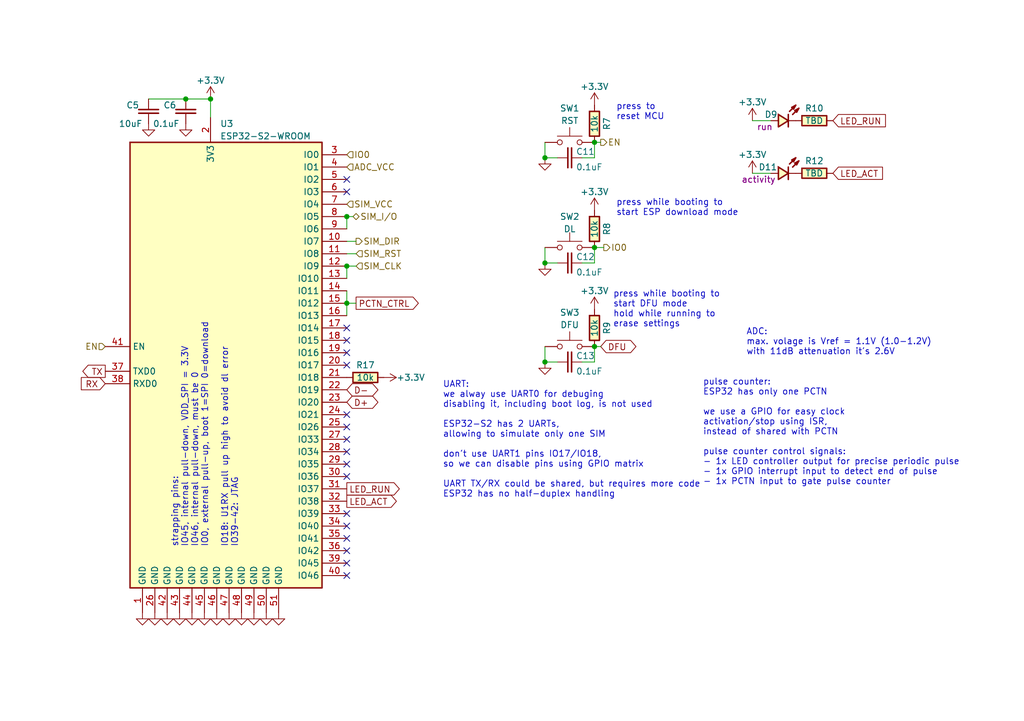
<source format=kicad_sch>
(kicad_sch (version 20230121) (generator eeschema)
  (paper "A5")
  (title_block (title "rSIM") (date "$date$") (rev "$version$.$revision$") (company "CuVoodoo") (comment 1 "King Kévin") (comment 2 "CERN-OHL-S") (comment 3 "ESP32-S2"))
  (lib_symbols
    (symbol "LED/LED0805_1" (pin_numbers hide) (pin_names hide)
      (property "Reference" "D" (at 0 2.032 0))
      (property "Value" "LED0805" (at 0 -2.032 0))
      (symbol "LED/LED0805_1_1_1"
        (polyline (pts (xy 1.016 1.27) (xy 1.016 -1.27)) (stroke (width 0.305)))
        (polyline (pts (xy 1.27 1.905) (xy 2.54 3.175)) (stroke (width 0.305)))
        (polyline (pts (xy 1.905 1.27) (xy 3.175 2.54)) (stroke (width 0.305)))
        (polyline (pts (xy -1.016 1.27) (xy 1.016 0) (xy -1.016 -1.27) (xy -1.016 1.27)) (stroke (width 0.305)) (fill (type background)))
        (polyline (pts (xy 1.725 2.72) (xy 2.54 3.175) (xy 2.085 2.36) (xy 1.725 2.72)) (stroke (width 0.305)) (fill (type outline)))
        (polyline (pts (xy 2.36 2.085) (xy 3.175 2.54) (xy 2.72 1.725) (xy 2.36 2.085)) (stroke (width 0.305)) (fill (type outline)))
        (pin passive line (at 2.54 0 180) (length 1.524) (name "C") (number "1"))
        (pin passive line (at -2.54 0 0) (length 1.524) (name "A") (number "2"))
      )
    )
    (symbol "Switch:SW_Push" (pin_numbers hide) (pin_names (offset 1.016) hide)
      (property "Reference" "SW" (at 1.27 2.54 0))
      (property "Value" "SW_Push" (at 0 -1.524 0))
      (symbol "SW_Push_0_1"
        (circle (center -2.032 0) (radius 0.508))
        (polyline (pts (xy 0 1.27) (xy 0 3.048)))
        (polyline (pts (xy 2.54 1.27) (xy -2.54 1.27)))
        (circle (center 2.032 0) (radius 0.508))
        (pin passive line (at -5.08 0 0) (length 2.54) (name "1") (number "1"))
        (pin passive line (at 5.08 0 180) (length 2.54) (name "2") (number "2"))
      )
    )
    (symbol "capacitor/C0603 0.1uF 16V_1" (pin_numbers hide) (pin_names hide)
      (property "Reference" "C" (at 0 2.794 0))
      (property "Value" "C0603" (at 0 -2.794 0))
      (symbol "capacitor/C0603 0.1uF 16V_1_1_1"
        (polyline (pts (xy -0.381 2.032) (xy -0.381 -2.032)) (stroke (width 0.305)))
        (polyline (pts (xy 0.381 2.032) (xy 0.381 -2.032)) (stroke (width 0.305)))
        (pin passive line (at -2.54 0 0) (length 2.159) (name "L") (number "1"))
        (pin passive line (at 2.54 0 180) (length 2.159) (name "R") (number "2"))
      )
    )
    (symbol "capacitor/C0603 0.1uF 16V_2" (pin_numbers hide) (pin_names hide)
      (property "Reference" "C" (at 0 2.794 0))
      (property "Value" "C0603" (at 0 -2.794 0))
      (symbol "capacitor/C0603 0.1uF 16V_2_1_1"
        (polyline (pts (xy -0.381 2.032) (xy -0.381 -2.032)) (stroke (width 0.305)))
        (polyline (pts (xy 0.381 2.032) (xy 0.381 -2.032)) (stroke (width 0.305)))
        (pin passive line (at -2.54 0 0) (length 2.159) (name "L") (number "1"))
        (pin passive line (at 2.54 0 180) (length 2.159) (name "R") (number "2"))
      )
    )
    (symbol "capacitor/C0603 0.1uF 16V_3" (pin_numbers hide) (pin_names hide)
      (property "Reference" "C" (at 0 2.794 0))
      (property "Value" "C0603" (at 0 -2.794 0))
      (symbol "capacitor/C0603 0.1uF 16V_3_1_1"
        (polyline (pts (xy -0.381 2.032) (xy -0.381 -2.032)) (stroke (width 0.305)))
        (polyline (pts (xy 0.381 2.032) (xy 0.381 -2.032)) (stroke (width 0.305)))
        (pin passive line (at -2.54 0 0) (length 2.159) (name "L") (number "1"))
        (pin passive line (at 2.54 0 180) (length 2.159) (name "R") (number "2"))
      )
    )
    (symbol "capacitor/C0603 0.1uF 16V_4" (pin_numbers hide) (pin_names hide)
      (property "Reference" "C" (at 0 2.794 0))
      (property "Value" "C0603" (at 0 -2.794 0))
      (symbol "capacitor/C0603 0.1uF 16V_4_1_1"
        (polyline (pts (xy -0.381 2.032) (xy -0.381 -2.032)) (stroke (width 0.305)))
        (polyline (pts (xy 0.381 2.032) (xy 0.381 -2.032)) (stroke (width 0.305)))
        (pin passive line (at -2.54 0 0) (length 2.159) (name "L") (number "1"))
        (pin passive line (at 2.54 0 180) (length 2.159) (name "R") (number "2"))
      )
    )
    (symbol "partdb:LED/LED0805" (pin_numbers hide) (pin_names hide)
      (property "Reference" "D" (at 0 2.032 0))
      (property "Value" "LED0805" (at 0 -2.032 0))
      (symbol "LED/LED0805_1_1"
        (polyline (pts (xy 1.016 1.27) (xy 1.016 -1.27)) (stroke (width 0.305)))
        (polyline (pts (xy 1.27 1.905) (xy 2.54 3.175)) (stroke (width 0.305)))
        (polyline (pts (xy 1.905 1.27) (xy 3.175 2.54)) (stroke (width 0.305)))
        (polyline (pts (xy -1.016 1.27) (xy 1.016 0) (xy -1.016 -1.27) (xy -1.016 1.27)) (stroke (width 0.305)) (fill (type background)))
        (polyline (pts (xy 1.725 2.72) (xy 2.54 3.175) (xy 2.085 2.36) (xy 1.725 2.72)) (stroke (width 0.305)) (fill (type outline)))
        (polyline (pts (xy 2.36 2.085) (xy 3.175 2.54) (xy 2.72 1.725) (xy 2.36 2.085)) (stroke (width 0.305)) (fill (type outline)))
        (pin passive line (at 2.54 0 180) (length 1.524) (name "C") (number "1"))
        (pin passive line (at -2.54 0 0) (length 1.524) (name "A") (number "2"))
      )
    )
    (symbol "partdb:MCU/ESP32-S2-WROOM"
      (property "Reference" "U" (at 0 0.762 0))
      (property "Value" "ESP32-S2-WROOM" (at 31.242 -92.202 0))
      (symbol "MCU/ESP32-S2-WROOM_1_1"
        (rectangle (start 0 0) (end 39.37 -91.44) (stroke (width 0.305)) (fill (type background)))
        (pin power_in line (at 2.54 -96.52 90) (length 5.08) (name "GND") (number "1"))
        (pin bidirectional line (at 44.45 -20.32 180) (length 5.08) (name "IO7") (number "10"))
        (pin bidirectional line (at 44.45 -22.86 180) (length 5.08) (name "IO8") (number "11"))
        (pin bidirectional line (at 44.45 -25.4 180) (length 5.08) (name "IO9") (number "12"))
        (pin bidirectional line (at 44.45 -27.94 180) (length 5.08) (name "IO10") (number "13"))
        (pin bidirectional line (at 44.45 -30.48 180) (length 5.08) (name "IO11") (number "14"))
        (pin bidirectional line (at 44.45 -33.02 180) (length 5.08) (name "IO12") (number "15"))
        (pin bidirectional line (at 44.45 -35.56 180) (length 5.08) (name "IO13") (number "16"))
        (pin bidirectional line (at 44.45 -38.1 180) (length 5.08) (name "IO14") (number "17"))
        (pin bidirectional line (at 44.45 -40.64 180) (length 5.08) (name "IO15") (number "18"))
        (pin bidirectional line (at 44.45 -43.18 180) (length 5.08) (name "IO16") (number "19"))
        (pin power_in line (at 16.51 5.08 270) (length 5.08) (name "3V3") (number "2"))
        (pin bidirectional line (at 44.45 -45.72 180) (length 5.08) (name "IO17") (number "20"))
        (pin bidirectional line (at 44.45 -48.26 180) (length 5.08) (name "IO18") (number "21"))
        (pin bidirectional line (at 44.45 -50.8 180) (length 5.08) (name "IO19") (number "22"))
        (pin bidirectional line (at 44.45 -53.34 180) (length 5.08) (name "IO20") (number "23"))
        (pin bidirectional line (at 44.45 -55.88 180) (length 5.08) (name "IO21") (number "24"))
        (pin bidirectional line (at 44.45 -58.42 180) (length 5.08) (name "IO26") (number "25"))
        (pin power_in line (at 5.08 -96.52 90) (length 5.08) (name "GND") (number "26"))
        (pin bidirectional line (at 44.45 -60.96 180) (length 5.08) (name "IO33") (number "27"))
        (pin bidirectional line (at 44.45 -63.5 180) (length 5.08) (name "IO34") (number "28"))
        (pin bidirectional line (at 44.45 -66.04 180) (length 5.08) (name "IO35") (number "29"))
        (pin bidirectional line (at 44.45 -2.54 180) (length 5.08) (name "IO0") (number "3"))
        (pin bidirectional line (at 44.45 -68.58 180) (length 5.08) (name "IO36") (number "30"))
        (pin bidirectional line (at 44.45 -71.12 180) (length 5.08) (name "IO37") (number "31"))
        (pin bidirectional line (at 44.45 -73.66 180) (length 5.08) (name "IO38") (number "32"))
        (pin bidirectional line (at 44.45 -76.2 180) (length 5.08) (name "IO39") (number "33"))
        (pin bidirectional line (at 44.45 -78.74 180) (length 5.08) (name "IO40") (number "34"))
        (pin bidirectional line (at 44.45 -81.28 180) (length 5.08) (name "IO41") (number "35"))
        (pin bidirectional line (at 44.45 -83.82 180) (length 5.08) (name "IO42") (number "36"))
        (pin bidirectional line (at -5.08 -46.99 0) (length 5.08) (name "TXD0") (number "37"))
        (pin bidirectional line (at -5.08 -49.53 0) (length 5.08) (name "RXD0") (number "38"))
        (pin bidirectional line (at 44.45 -86.36 180) (length 5.08) (name "IO45") (number "39"))
        (pin bidirectional line (at 44.45 -5.08 180) (length 5.08) (name "IO1") (number "4"))
        (pin input line (at 44.45 -88.9 180) (length 5.08) (name "IO46") (number "40"))
        (pin input line (at -5.08 -41.91 0) (length 5.08) (name "EN") (number "41"))
        (pin power_in line (at 7.62 -96.52 90) (length 5.08) (name "GND") (number "42"))
        (pin power_in line (at 10.16 -96.52 90) (length 5.08) (name "GND") (number "43"))
        (pin power_in line (at 12.7 -96.52 90) (length 5.08) (name "GND") (number "44"))
        (pin power_in line (at 15.24 -96.52 90) (length 5.08) (name "GND") (number "45"))
        (pin power_in line (at 17.78 -96.52 90) (length 5.08) (name "GND") (number "46"))
        (pin power_in line (at 20.32 -96.52 90) (length 5.08) (name "GND") (number "47"))
        (pin power_in line (at 22.86 -96.52 90) (length 5.08) (name "GND") (number "48"))
        (pin power_in line (at 25.4 -96.52 90) (length 5.08) (name "GND") (number "49"))
        (pin bidirectional line (at 44.45 -7.62 180) (length 5.08) (name "IO2") (number "5"))
        (pin power_in line (at 27.94 -96.52 90) (length 5.08) (name "GND") (number "50"))
        (pin power_in line (at 30.48 -96.52 90) (length 5.08) (name "GND") (number "51"))
        (pin bidirectional line (at 44.45 -10.16 180) (length 5.08) (name "IO3") (number "6"))
        (pin bidirectional line (at 44.45 -12.7 180) (length 5.08) (name "IO4") (number "7"))
        (pin bidirectional line (at 44.45 -15.24 180) (length 5.08) (name "IO5") (number "8"))
        (pin bidirectional line (at 44.45 -17.78 180) (length 5.08) (name "IO6") (number "9"))
      )
    )
    (symbol "partdb:capacitor/C0603 10uF" (pin_numbers hide) (pin_names hide)
      (property "Reference" "C" (at 0 2.794 0))
      (property "Value" "C0603" (at 0 -2.794 0))
      (symbol "capacitor/C0603 10uF_1_1"
        (polyline (pts (xy -0.381 2.032) (xy -0.381 -2.032)) (stroke (width 0.305)))
        (polyline (pts (xy 0.381 2.032) (xy 0.381 -2.032)) (stroke (width 0.305)))
        (pin passive line (at -2.54 0 0) (length 2.159) (name "L") (number "1"))
        (pin passive line (at 2.54 0 180) (length 2.159) (name "R") (number "2"))
      )
    )
    (symbol "partdb:resistor/R0603 10K" (pin_numbers hide) (pin_names hide)
      (property "Reference" "R" (at 0 1.778 0))
      (property "Value" "R0603" (at 0 -1.778 0))
      (symbol "resistor/R0603 10K_1_1"
        (rectangle (start -2.54 1.016) (end 2.54 -1.016) (stroke (width 0.305)) (fill (type background)))
        (pin passive line (at -3.81 0 0) (length 1.27) (name "L") (number "1"))
        (pin passive line (at 3.81 0 180) (length 1.27) (name "R") (number "2"))
      )
    )
    (symbol "partdb:resistor/R0603 1K" (pin_numbers hide) (pin_names hide)
      (property "Reference" "R" (at 0 1.778 0))
      (property "Value" "R0603" (at 0 -1.778 0))
      (symbol "resistor/R0603 1K_1_1"
        (rectangle (start -2.54 1.016) (end 2.54 -1.016) (stroke (width 0.305)) (fill (type background)))
        (pin passive line (at -3.81 0 0) (length 1.27) (name "L") (number "1"))
        (pin passive line (at 3.81 0 180) (length 1.27) (name "R") (number "2"))
      )
    )
    (symbol "power:+3.3V" (power) (pin_names (offset 0))
      (property "Value" "+3.3V" (at 0 3.556 0))
      (symbol "+3.3V_0_1"
        (polyline (pts (xy -0.762 1.27) (xy 0 2.54)))
        (polyline (pts (xy 0 0) (xy 0 2.54)))
        (polyline (pts (xy 0 2.54) (xy 0.762 1.27)))
      )
      (symbol "+3.3V_1_1"
        (pin power_in line (at 0 0 90) (length 0) hide (name "+3.3V") (number "1"))
      )
    )
    (symbol "power:GND" (power) (pin_names (offset 0))
      (property "Value" "GND" (at 0 -3.81 0))
      (symbol "GND_0_1"
        (polyline (pts (xy 0 0) (xy 0 -1.27) (xy 1.27 -1.27) (xy 0 -2.54) (xy -1.27 -1.27) (xy 0 -1.27)))
      )
      (symbol "GND_1_1"
        (pin power_in line (at 0 0 270) (length 0) hide (name "GND") (number "1"))
      )
    )
    (symbol "resistor/R0603 10K_1" (pin_numbers hide) (pin_names hide)
      (property "Reference" "R" (at 0 1.778 0))
      (property "Value" "R0603" (at 0 -1.778 0))
      (symbol "resistor/R0603 10K_1_1_1"
        (rectangle (start -2.54 1.016) (end 2.54 -1.016) (stroke (width 0.305)) (fill (type background)))
        (pin passive line (at -3.81 0 0) (length 1.27) (name "L") (number "1"))
        (pin passive line (at 3.81 0 180) (length 1.27) (name "R") (number "2"))
      )
    )
    (symbol "resistor/R0603 10K_2" (pin_numbers hide) (pin_names hide)
      (property "Reference" "R" (at 0 1.778 0))
      (property "Value" "R0603" (at 0 -1.778 0))
      (symbol "resistor/R0603 10K_2_1_1"
        (rectangle (start -2.54 1.016) (end 2.54 -1.016) (stroke (width 0.305)) (fill (type background)))
        (pin passive line (at -3.81 0 0) (length 1.27) (name "L") (number "1"))
        (pin passive line (at 3.81 0 180) (length 1.27) (name "R") (number "2"))
      )
    )
    (symbol "resistor/R0603 10K_4" (pin_numbers hide) (pin_names hide)
      (property "Reference" "R" (at 0 1.778 0))
      (property "Value" "R0603" (at 0 -1.778 0))
      (symbol "resistor/R0603 10K_4_1_1"
        (rectangle (start -2.54 1.016) (end 2.54 -1.016) (stroke (width 0.305)) (fill (type background)))
        (pin passive line (at -3.81 0 0) (length 1.27) (name "L") (number "1"))
        (pin passive line (at 3.81 0 180) (length 1.27) (name "R") (number "2"))
      )
    )
    (symbol "resistor/R0603 1K_1" (pin_numbers hide) (pin_names hide)
      (property "Reference" "R" (at 0 1.778 0))
      (property "Value" "R0603" (at 0 -1.778 0))
      (symbol "resistor/R0603 1K_1_1_1"
        (rectangle (start -2.54 1.016) (end 2.54 -1.016) (stroke (width 0.305)) (fill (type background)))
        (pin passive line (at -3.81 0 0) (length 1.27) (name "L") (number "1"))
        (pin passive line (at 3.81 0 180) (length 1.27) (name "R") (number "2"))
      )
    )
  )
  (junction (at 121.92 50.8))
  (junction (at 43.18 20.32))
  (junction (at 111.76 53.975))
  (junction (at 71.12 54.61))
  (junction (at 121.92 29.21))
  (junction (at 38.1 20.32))
  (junction (at 111.76 74.295))
  (junction (at 71.12 62.23))
  (junction (at 71.12 44.45))
  (junction (at 111.76 32.385))
  (junction (at 121.92 71.12))
  (no_connect (at 71.12 67.31))
  (no_connect (at 71.12 90.17))
  (no_connect (at 71.12 105.41))
  (no_connect (at 71.12 97.79))
  (no_connect (at 71.12 72.39))
  (no_connect (at 71.12 107.95))
  (no_connect (at 71.12 115.57))
  (no_connect (at 71.12 36.83))
  (no_connect (at 71.12 87.63))
  (no_connect (at 71.12 74.93))
  (no_connect (at 71.12 85.09))
  (no_connect (at 71.12 113.03))
  (no_connect (at 71.12 95.25))
  (no_connect (at 71.12 69.85))
  (no_connect (at 71.12 118.11))
  (no_connect (at 71.12 39.37))
  (no_connect (at 71.12 110.49))
  (no_connect (at 71.12 92.71))
  (wire (pts (xy 121.92 71.12) (xy 121.92 74.295)))
  (wire (pts (xy 121.92 71.12) (xy 123.19 71.12)))
  (wire (pts (xy 43.18 20.32) (xy 38.1 20.32)))
  (wire (pts (xy 73.025 54.61) (xy 71.12 54.61)))
  (wire (pts (xy 123.825 50.8) (xy 121.92 50.8)))
  (wire (pts (xy 43.18 24.13) (xy 43.18 20.32)))
  (wire (pts (xy 121.92 74.295) (xy 119.38 74.295)))
  (wire (pts (xy 72.39 44.45) (xy 71.12 44.45)))
  (wire (pts (xy 111.76 53.975) (xy 111.76 50.8)))
  (wire (pts (xy 111.76 53.975) (xy 114.3 53.975)))
  (wire (pts (xy 71.12 59.69) (xy 71.12 62.23)))
  (wire (pts (xy 111.76 74.295) (xy 111.76 71.12)))
  (wire (pts (xy 71.12 62.23) (xy 71.12 64.77)))
  (wire (pts (xy 121.92 50.8) (xy 121.92 53.975)))
  (wire (pts (xy 121.92 53.975) (xy 119.38 53.975)))
  (wire (pts (xy 71.12 44.45) (xy 71.12 46.99)))
  (wire (pts (xy 71.12 54.61) (xy 71.12 57.15)))
  (wire (pts (xy 121.92 29.21) (xy 121.92 32.385)))
  (wire (pts (xy 121.92 32.385) (xy 119.38 32.385)))
  (wire (pts (xy 154.305 35.56) (xy 158.115 35.56)))
  (wire (pts (xy 154.305 24.765) (xy 158.115 24.765)))
  (wire (pts (xy 73.025 49.53) (xy 71.12 49.53)))
  (wire (pts (xy 71.12 62.23) (xy 73.025 62.23)))
  (wire (pts (xy 111.76 32.385) (xy 114.3 32.385)))
  (wire (pts (xy 111.76 74.295) (xy 114.3 74.295)))
  (wire (pts (xy 30.48 20.32) (xy 38.1 20.32)))
  (wire (pts (xy 73.025 52.07) (xy 71.12 52.07)))
  (wire (pts (xy 123.19 29.21) (xy 121.92 29.21)))
  (wire (pts (xy 111.76 32.385) (xy 111.76 29.21)))
  (text "UART:\nwe alway use UART0 for debuging\ndisabling it, including boot log, is not used\n\nESP32-S2 has 2 UARTs,\nallowing to simulate only one SIM\n\ndon't use UART1 pins IO17/IO18,\nso we can disable pins using GPIO matrix\n\nUART TX/RX could be shared, but requires more code\nESP32 has no half-duplex handling" (at 90.805 102.235 0) (effects (font (size 1.27 1.27)) (justify left bottom)))
  (text "strapping pins:\nIO45, internal pull-down, VDD_SPI = 3.3V\nIO46, internal pull-down, must be 0\nIO0, external pull-up, boot 1=SPI 0=download\n\nIO18: U1RX pull up high to avoid dl error\nIO39-42: JTAG" (at 48.895 112.395 90) (effects (font (size 1.27 1.27)) (justify left bottom)))
  (text "press while booting to\nstart ESP download mode" (at 126.365 44.45 0) (effects (font (size 1.27 1.27)) (justify left bottom)))
  (text "pulse counter:\nESP32 has only one PCTN\n\nwe use a GPIO for easy clock\nactivation/stop using ISR,\ninstead of shared with PCTN\n\npulse counter control signals:\n- 1x LED controller output for precise periodic pulse\n- 1x GPIO interrupt input to detect end of pulse\n- 1x PCTN input to gate pulse counter" (at 144.145 99.695 0) (effects (font (size 1.27 1.27)) (justify left bottom)))
  (text "press to\nreset MCU" (at 126.365 24.765 0) (effects (font (size 1.27 1.27)) (justify left bottom)))
  (text "press while booting to\nstart DFU mode\nhold while running to\nerase settings" (at 125.73 67.31 0) (effects (font (size 1.27 1.27)) (justify left bottom)))
  (text "ADC:\nmax. volage is Vref = 1.1V (1.0-1.2V)\nwith 11dB attenuation it's 2.6V" (at 153.035 73.025 0) (effects (font (size 1.27 1.27)) (justify left bottom)))
  (global_label "LED_ACT" (shape input) (at 170.815 35.56 0) (property "Intersheetrefs" "${INTERSHEET_REFS}" (effects hide)))
  (global_label "RX" (shape input) (at 21.59 78.74 180) (property "Intersheetrefs" "${INTERSHEET_REFS}" (effects hide)))
  (global_label "PCTN_CTRL" (shape output) (at 73.025 62.23 0) (property "Intersheetrefs" "${INTERSHEET_REFS}" (effects hide)))
  (global_label "LED_ACT" (shape output) (at 71.12 102.87 0) (property "Intersheetrefs" "${INTERSHEET_REFS}" (effects hide)))
  (global_label "D-" (shape bidirectional) (at 71.12 80.01 0) (property "Intersheetrefs" "${INTERSHEET_REFS}" (effects hide)))
  (global_label "D+" (shape bidirectional) (at 71.12 82.55 0) (property "Intersheetrefs" "${INTERSHEET_REFS}" (effects hide)))
  (global_label "LED_RUN" (shape input) (at 170.815 24.765 0) (property "Intersheetrefs" "${INTERSHEET_REFS}" (effects hide)))
  (global_label "LED_RUN" (shape output) (at 71.12 100.33 0) (property "Intersheetrefs" "${INTERSHEET_REFS}" (effects hide)))
  (global_label "TX" (shape output) (at 21.59 76.2 180) (property "Intersheetrefs" "${INTERSHEET_REFS}" (effects hide)))
  (global_label "DFU" (shape bidirectional) (at 123.19 71.12 0) (property "Intersheetrefs" "${INTERSHEET_REFS}" (effects hide)))
  (hierarchical_label "ADC_VCC" (shape input) (at 71.12 34.29 0))
  (hierarchical_label "SIM_CLK" (shape input) (at 73.025 54.61 0))
  (hierarchical_label "SIM_I{slash}O" (shape bidirectional) (at 72.39 44.45 0))
  (hierarchical_label "EN" (shape output) (at 123.19 29.21 0))
  (hierarchical_label "SIM_RST" (shape input) (at 73.025 52.07 0))
  (hierarchical_label "IO0" (shape input) (at 71.12 31.75 0))
  (hierarchical_label "SIM_DIR" (shape output) (at 73.025 49.53 0))
  (hierarchical_label "IO0" (shape output) (at 123.825 50.8 0))
  (hierarchical_label "EN" (shape input) (at 21.59 71.12 180))
  (hierarchical_label "SIM_VCC" (shape input) (at 71.12 41.91 0))
  (symbol (lib_id "power:GND") (at 111.76 32.385 0) (mirror y) (unit 1)
    (property "Reference" "#PWR040" (effects hide))
    (property "Value" "GND" (effects hide))
    (instances (project "rsim" (path "" (reference "#PWR040") (unit 1)) (path "" (reference "#PWR047") (unit 1))))
  )
  (symbol (lib_id "power:GND") (at 46.99 125.73 0) (mirror y) (unit 1)
    (property "Reference" "#PWR051" (effects hide))
    (property "Value" "GND" (effects hide))
    (instances (project "rsim" (path "" (reference "#PWR051") (unit 1)) (path "" (reference "#PWR041") (unit 1))))
  )
  (symbol (lib_id "power:+3.3V") (at 121.92 43.18 0) (unit 1)
    (property "Reference" "#PWR042" (effects hide))
    (property "Value" "+3.3V" (at 121.92 39.37 0))
    (instances (project "rsim" (path "" (reference "#PWR042") (unit 1)) (path "" (reference "#PWR051") (unit 1))))
  )
  (symbol (lib_name "resistor/R0603 1K_1") (lib_id "partdb:resistor/R0603 1K") (at 167.005 24.765 0) (unit 1)
    (property "Reference" "R10" (at 167.005 22.225 0))
    (property "Value" "TBD" (at 167.005 24.765 0))
    (property "Footprint" "qeda:UC1608X55N" (effects hide))
    (property "Datasheet" "resistor, chip, 1.6x0.8 mm" (effects hide))
    (property "qeda_part" "resistor/r0603" (effects hide))
    (property "JLCPCB_CORRECTION" "0;0;-90" (effects hide))
    (property "Description" "1K ±5%" (effects hide))
    (property "name" "resistor, chip, 1.6x0.8 mm" (effects hide))
    (property "LCSC" "C25585" (effects hide))
    (instances (project "rsim" (path "" (reference "R10") (unit 1)) (path "" (reference "R12") (unit 1))))
  )
  (symbol (lib_id "power:+3.3V") (at 154.305 35.56 0) (unit 1)
    (property "Reference" "#PWR089" (effects hide))
    (property "Value" "+3.3V" (at 154.305 31.75 0))
    (instances (project "rsim" (path "" (reference "#PWR089") (unit 1)) (path "" (reference "#PWR054") (unit 1))))
  )
  (symbol (lib_name "LED/LED0805_1") (lib_id "partdb:LED/LED0805") (at 160.655 24.765 0) (unit 1)
    (property "Reference" "D9" (at 158.115 23.495 0))
    (property "Value" "RED" (effects hide))
    (property "Footprint" "qeda:UPC2012X80N" (effects hide))
    (property "Datasheet" "diode, LED, chip, 2.0x1.2 mm" (effects hide))
    (property "qeda_part" "diode/led0805" (effects hide))
    (property "JLCPCB_CORRECTION" "0;0;-90" (effects hide))
    (property "name" "run" (at 156.845 26.035 0))
    (property "Description" "LED 0805" (effects hide))
    (instances (project "rsim" (path "" (reference "D9") (unit 1)) (path "" (reference "D7") (unit 1))))
  )
  (symbol (lib_id "power:GND") (at 31.75 125.73 0) (mirror y) (unit 1)
    (property "Reference" "#PWR045" (effects hide))
    (property "Value" "GND" (effects hide))
    (instances (project "rsim" (path "" (reference "#PWR045") (unit 1)) (path "" (reference "#PWR033") (unit 1))))
  )
  (symbol (lib_id "power:+3.3V") (at 121.92 63.5 0) (unit 1)
    (property "Reference" "#PWR043" (effects hide))
    (property "Value" "+3.3V" (at 121.92 59.69 0))
    (instances (project "rsim" (path "" (reference "#PWR043") (unit 1)) (path "" (reference "#PWR052") (unit 1))))
  )
  (symbol (lib_name "resistor/R0603 10K_4") (lib_id "partdb:resistor/R0603 10K") (at 121.92 67.31 270) (unit 1)
    (property "Reference" "R9" (at 124.46 67.31 0))
    (property "Value" "10k" (at 121.92 67.31 0))
    (property "Footprint" "qeda:UC1608X55N" (effects hide))
    (property "Datasheet" "resistor, chip, 1.6x0.8 mm" (effects hide))
    (property "qeda_part" "resistor/r0603" (effects hide))
    (property "JLCPCB_CORRECTION" "0;0;-90" (effects hide))
    (property "Description" "10K ±5%" (effects hide))
    (property "name" "resistor, chip, 1.6x0.8 mm" (effects hide))
    (property "LCSC" "C15401" (effects hide))
    (instances (project "rsim" (path "" (reference "R9") (unit 1)) (path "" (reference "R11") (unit 1))))
  )
  (symbol (lib_id "power:GND") (at 34.29 125.73 0) (mirror y) (unit 1)
    (property "Reference" "#PWR046" (effects hide))
    (property "Value" "GND" (effects hide))
    (instances (project "rsim" (path "" (reference "#PWR046") (unit 1)) (path "" (reference "#PWR034") (unit 1))))
  )
  (symbol (lib_name "resistor/R0603 10K_2") (lib_id "partdb:resistor/R0603 10K") (at 121.92 25.4 270) (unit 1)
    (property "Reference" "R7" (at 124.46 25.4 0))
    (property "Value" "10k" (at 121.92 25.4 0))
    (property "Footprint" "qeda:UC1608X55N" (effects hide))
    (property "Datasheet" "resistor, chip, 1.6x0.8 mm" (effects hide))
    (property "qeda_part" "resistor/r0603" (effects hide))
    (property "JLCPCB_CORRECTION" "0;0;-90" (effects hide))
    (property "Description" "10K ±5%" (effects hide))
    (property "name" "resistor, chip, 1.6x0.8 mm" (effects hide))
    (property "LCSC" "C15401" (effects hide))
    (instances (project "rsim" (path "" (reference "R7") (unit 1)) (path "" (reference "R9") (unit 1))))
  )
  (symbol (lib_id "power:GND") (at 36.83 125.73 0) (mirror y) (unit 1)
    (property "Reference" "#PWR047" (effects hide))
    (property "Value" "GND" (effects hide))
    (instances (project "rsim" (path "" (reference "#PWR047") (unit 1)) (path "" (reference "#PWR035") (unit 1))))
  )
  (symbol (lib_name "capacitor/C0603 0.1uF 16V_1") (lib_id "partdb:capacitor/C0603 0.1uF 16V") (at 38.1 22.86 90) (unit 1)
    (property "Reference" "C6" (at 36.195 21.59 90) (effects (justify left)))
    (property "Value" "0.1uF" (at 36.83 25.4 90) (effects (justify left)))
    (property "Footprint" "qeda:CAPC1608X92N" (effects hide))
    (property "Datasheet" "Chip capacitor 1.6x0.8 mm" (effects hide))
    (property "qeda_part" "capacitor/c0603" (effects hide))
    (property "JLCPCB_CORRECTION" "0;0;-90" (effects hide))
    (property "Description" "100nF ±20% 16V X7R" (effects hide))
    (property "DigiKey" "311-1335-1-ND" (effects hide))
  )
  (symbol (lib_id "partdb:MCU/ESP32-S2-WROOM") (at 26.67 29.21 0) (unit 1)
    (property "Reference" "U3" (at 45.1359 25.4 0) (effects (justify left)))
    (property "Value" "ESP32-S2-WROOM" (at 45.1359 27.94 0) (effects (justify left)))
    (property "Footprint" "qeda:MCU_ESP32-S2-WROOM" (effects hide))
    (property "Datasheet" "https://www.espressif.com/sites/default/files/documentation/esp32-s2-wroom_esp32-s2-wroom-i_datasheet_en.pdf" (effects hide))
    (property "qeda_part" "mcu/espressif_esp32-s2-wroom" (effects hide))
    (property "Description" "ESP32-S2 module, 4MB flash, PCB antenna" (effects hide))
    (property "LCSC" "C967025" (effects hide))
  )
  (symbol (lib_id "partdb:resistor/R0603 10K") (at 74.93 77.47 0) (unit 1)
    (property "Reference" "R17" (at 74.93 74.93 0))
    (property "Value" "10k" (at 74.93 77.47 0))
    (property "Footprint" "qeda:UC1608X55N" (effects hide))
    (property "Datasheet" "resistor, chip, 1.6x0.8 mm" (effects hide))
    (property "qeda_part" "resistor/r0603" (effects hide))
    (property "JLCPCB_CORRECTION" "0;0;-90" (effects hide))
    (property "Description" "10K ±5%" (effects hide))
    (property "name" "resistor, chip, 1.6x0.8 mm" (effects hide))
    (property "LCSC" "C15401" (effects hide))
    (instances (project "rsim" (path "" (reference "R17") (unit 1)) (path "" (reference "R8") (unit 1))))
  )
  (symbol (lib_id "power:GND") (at 49.53 125.73 0) (mirror y) (unit 1)
    (property "Reference" "#PWR052" (effects hide))
    (property "Value" "GND" (effects hide))
    (instances (project "rsim" (path "" (reference "#PWR052") (unit 1)) (path "" (reference "#PWR042") (unit 1))))
  )
  (symbol (lib_id "Switch:SW_Push") (at 116.84 29.21 0) (unit 1)
    (property "Reference" "SW1" (at 116.84 22.225 0))
    (property "Value" "RST" (at 116.84 24.765 0))
    (property "Footprint" "qeda:MECHANICAL_1TS002E" (effects hide))
  )
  (symbol (lib_id "partdb:capacitor/C0603 10uF") (at 30.48 22.86 90) (unit 1)
    (property "Reference" "C5" (at 28.575 21.59 90) (effects (justify left)))
    (property "Value" "10uF" (at 29.21 25.4 90) (effects (justify left)))
    (property "Footprint" "qeda:CAPC1608X92N" (effects hide))
    (property "Datasheet" "Chip capacitor 1.6x0.8 mm" (effects hide))
    (property "qeda_part" "capacitor/c0603" (effects hide))
    (property "JLCPCB_CORRECTION" "0;0;-90" (effects hide))
    (property "Description" "10V X5R 20%" (effects hide))
    (property "LCSC" "C85713" (effects hide))
    (property "JLCPCB" "C19702" (effects hide))
  )
  (symbol (lib_name "resistor/R0603 10K_1") (lib_id "partdb:resistor/R0603 10K") (at 121.92 46.99 270) (unit 1)
    (property "Reference" "R8" (at 124.46 46.99 0))
    (property "Value" "10k" (at 121.92 46.99 0))
    (property "Footprint" "qeda:UC1608X55N" (effects hide))
    (property "Datasheet" "resistor, chip, 1.6x0.8 mm" (effects hide))
    (property "qeda_part" "resistor/r0603" (effects hide))
    (property "JLCPCB_CORRECTION" "0;0;-90" (effects hide))
    (property "Description" "10K ±5%" (effects hide))
    (property "name" "resistor, chip, 1.6x0.8 mm" (effects hide))
    (property "LCSC" "C15401" (effects hide))
    (instances (project "rsim" (path "" (reference "R8") (unit 1)) (path "" (reference "R10") (unit 1))))
  )
  (symbol (lib_id "partdb:resistor/R0603 1K") (at 167.005 35.56 0) (unit 1)
    (property "Reference" "R12" (at 167.005 33.02 0))
    (property "Value" "TBD" (at 167.005 35.56 0))
    (property "Footprint" "qeda:UC1608X55N" (effects hide))
    (property "Datasheet" "resistor, chip, 1.6x0.8 mm" (effects hide))
    (property "qeda_part" "resistor/r0603" (effects hide))
    (property "JLCPCB_CORRECTION" "0;0;-90" (effects hide))
    (property "Description" "1K ±5%" (effects hide))
    (property "name" "resistor, chip, 1.6x0.8 mm" (effects hide))
    (property "LCSC" "C25585" (effects hide))
    (instances (project "rsim" (path "" (reference "R12") (unit 1)) (path "" (reference "R13") (unit 1))))
  )
  (symbol (lib_name "capacitor/C0603 0.1uF 16V_4") (lib_id "partdb:capacitor/C0603 0.1uF 16V") (at 116.84 74.295 0) (unit 1)
    (property "Reference" "C13" (at 118.11 73.025 0) (effects (justify left)))
    (property "Value" "0.1uF" (at 118.11 76.2 0) (effects (justify left)))
    (property "Footprint" "qeda:CAPC1608X92N" (effects hide))
    (property "Datasheet" "Chip capacitor 1.6x0.8 mm" (effects hide))
    (property "qeda_part" "capacitor/c0603" (effects hide))
    (property "JLCPCB_CORRECTION" "0;0;-90" (effects hide))
    (property "Description" "100nF ±20% 16V X7R" (effects hide))
    (property "DigiKey" "311-1335-1-ND" (effects hide))
    (instances (project "rsim" (path "" (reference "C13") (unit 1)) (path "" (reference "C9") (unit 1))))
  )
  (symbol (lib_id "Switch:SW_Push") (at 116.84 50.8 0) (unit 1)
    (property "Reference" "SW2" (at 116.84 44.45 0))
    (property "Value" "DL" (at 116.84 46.99 0))
    (property "Footprint" "qeda:MECHANICAL_1TS002E" (effects hide))
  )
  (symbol (lib_id "power:+3.3V") (at 78.74 77.47 270) (unit 1)
    (property "Reference" "#PWR094" (effects hide))
    (property "Value" "+3.3V" (at 81.28 77.47 90) (effects (justify left)))
    (instances (project "rsim" (path "" (reference "#PWR094") (unit 1)) (path "" (reference "#PWR046") (unit 1))))
  )
  (symbol (lib_name "capacitor/C0603 0.1uF 16V_2") (lib_id "partdb:capacitor/C0603 0.1uF 16V") (at 116.84 53.975 0) (unit 1)
    (property "Reference" "C12" (at 118.11 52.705 0) (effects (justify left)))
    (property "Value" "0.1uF" (at 118.11 55.88 0) (effects (justify left)))
    (property "Footprint" "qeda:CAPC1608X92N" (effects hide))
    (property "Datasheet" "Chip capacitor 1.6x0.8 mm" (effects hide))
    (property "qeda_part" "capacitor/c0603" (effects hide))
    (property "JLCPCB_CORRECTION" "0;0;-90" (effects hide))
    (property "Description" "100nF ±20% 16V X7R" (effects hide))
    (property "DigiKey" "311-1335-1-ND" (effects hide))
    (instances (project "rsim" (path "" (reference "C12") (unit 1)) (path "" (reference "C8") (unit 1))))
  )
  (symbol (lib_id "partdb:LED/LED0805") (at 160.655 35.56 0) (unit 1)
    (property "Reference" "D11" (at 157.48 34.29 0))
    (property "Value" "RED" (effects hide))
    (property "Footprint" "qeda:UPC2012X80N" (effects hide))
    (property "Datasheet" "diode, LED, chip, 2.0x1.2 mm" (effects hide))
    (property "qeda_part" "diode/led0805" (effects hide))
    (property "JLCPCB_CORRECTION" "0;0;-90" (effects hide))
    (property "name" "activity" (at 155.575 36.83 0))
    (property "Description" "LED 0805" (effects hide))
    (instances (project "rsim" (path "" (reference "D11") (unit 1)) (path "" (reference "D8") (unit 1))))
  )
  (symbol (lib_id "power:+3.3V") (at 154.305 24.765 0) (unit 1)
    (property "Reference" "#PWR086" (effects hide))
    (property "Value" "+3.3V" (at 154.305 20.955 0))
    (instances (project "rsim" (path "" (reference "#PWR086") (unit 1)) (path "" (reference "#PWR053") (unit 1))))
  )
  (symbol (lib_id "Switch:SW_Push") (at 116.84 71.12 0) (unit 1)
    (property "Reference" "SW3" (at 116.84 64.135 0))
    (property "Value" "DFU" (at 116.84 66.675 0))
    (property "Footprint" "qeda:MECHANICAL_1TS002E" (effects hide))
  )
  (symbol (lib_id "power:GND") (at 44.45 125.73 0) (mirror y) (unit 1)
    (property "Reference" "#PWR050" (effects hide))
    (property "Value" "GND" (effects hide))
    (instances (project "rsim" (path "" (reference "#PWR050") (unit 1)) (path "" (reference "#PWR040") (unit 1))))
  )
  (symbol (lib_id "power:GND") (at 111.76 53.975 0) (mirror y) (unit 1)
    (property "Reference" "#PWR039" (effects hide))
    (property "Value" "GND" (effects hide))
    (instances (project "rsim" (path "" (reference "#PWR039") (unit 1)) (path "" (reference "#PWR048") (unit 1))))
  )
  (symbol (lib_id "power:GND") (at 52.07 125.73 0) (mirror y) (unit 1)
    (property "Reference" "#PWR053" (effects hide))
    (property "Value" "GND" (effects hide))
    (instances (project "rsim" (path "" (reference "#PWR053") (unit 1)) (path "" (reference "#PWR043") (unit 1))))
  )
  (symbol (lib_id "power:GND") (at 29.21 125.73 0) (mirror y) (unit 1)
    (property "Reference" "#PWR044" (effects hide))
    (property "Value" "GND" (effects hide))
    (instances (project "rsim" (path "" (reference "#PWR044") (unit 1)) (path "" (reference "#PWR031") (unit 1))))
  )
  (symbol (lib_id "power:GND") (at 54.61 125.73 0) (mirror y) (unit 1)
    (property "Reference" "#PWR054" (effects hide))
    (property "Value" "GND" (effects hide))
    (instances (project "rsim" (path "" (reference "#PWR054") (unit 1)) (path "" (reference "#PWR044") (unit 1))))
  )
  (symbol (lib_id "power:GND") (at 38.1 25.4 0) (unit 1)
    (property "Reference" "#PWR03" (effects hide))
    (property "Value" "GND" (effects hide))
    (instances (project "rsim" (path "" (reference "#PWR03") (unit 1)) (path "" (reference "#PWR036") (unit 1))))
  )
  (symbol (lib_id "power:+3.3V") (at 43.18 20.32 0) (unit 1)
    (property "Reference" "#PWR059" (effects hide))
    (property "Value" "+3.3V" (at 43.18 16.51 0))
    (instances (project "rsim" (path "" (reference "#PWR059") (unit 1)) (path "" (reference "#PWR039") (unit 1))))
  )
  (symbol (lib_name "capacitor/C0603 0.1uF 16V_3") (lib_id "partdb:capacitor/C0603 0.1uF 16V") (at 116.84 32.385 0) (unit 1)
    (property "Reference" "C11" (at 118.11 31.115 0) (effects (justify left)))
    (property "Value" "0.1uF" (at 118.11 34.29 0) (effects (justify left)))
    (property "Footprint" "qeda:CAPC1608X92N" (effects hide))
    (property "Datasheet" "Chip capacitor 1.6x0.8 mm" (effects hide))
    (property "qeda_part" "capacitor/c0603" (effects hide))
    (property "JLCPCB_CORRECTION" "0;0;-90" (effects hide))
    (property "Description" "100nF ±20% 16V X7R" (effects hide))
    (property "DigiKey" "311-1335-1-ND" (effects hide))
    (instances (project "rsim" (path "" (reference "C11") (unit 1)) (path "" (reference "C7") (unit 1))))
  )
  (symbol (lib_id "power:GND") (at 41.91 125.73 0) (mirror y) (unit 1)
    (property "Reference" "#PWR049" (effects hide))
    (property "Value" "GND" (effects hide))
    (instances (project "rsim" (path "" (reference "#PWR049") (unit 1)) (path "" (reference "#PWR038") (unit 1))))
  )
  (symbol (lib_id "power:GND") (at 30.48 25.4 0) (unit 1)
    (property "Reference" "#PWR017" (effects hide))
    (property "Value" "GND" (effects hide))
    (instances (project "rsim" (path "" (reference "#PWR017") (unit 1)) (path "" (reference "#PWR032") (unit 1))))
  )
  (symbol (lib_id "power:GND") (at 39.37 125.73 0) (mirror y) (unit 1)
    (property "Reference" "#PWR048" (effects hide))
    (property "Value" "GND" (effects hide))
    (instances (project "rsim" (path "" (reference "#PWR048") (unit 1)) (path "" (reference "#PWR037") (unit 1))))
  )
  (symbol (lib_id "power:GND") (at 111.76 74.295 0) (mirror y) (unit 1)
    (property "Reference" "#PWR038" (effects hide))
    (property "Value" "GND" (effects hide))
    (instances (project "rsim" (path "" (reference "#PWR038") (unit 1)) (path "" (reference "#PWR049") (unit 1))))
  )
  (symbol (lib_id "power:+3.3V") (at 121.92 21.59 0) (unit 1)
    (property "Reference" "#PWR041" (effects hide))
    (property "Value" "+3.3V" (at 121.92 17.78 0))
    (instances (project "rsim" (path "" (reference "#PWR041") (unit 1)) (path "" (reference "#PWR050") (unit 1))))
  )
  (symbol (lib_id "power:GND") (at 57.15 125.73 0) (mirror y) (unit 1)
    (property "Reference" "#PWR055" (effects hide))
    (property "Value" "GND" (effects hide))
    (instances (project "rsim" (path "" (reference "#PWR055") (unit 1)) (path "" (reference "#PWR045") (unit 1))))
  )
)
</source>
